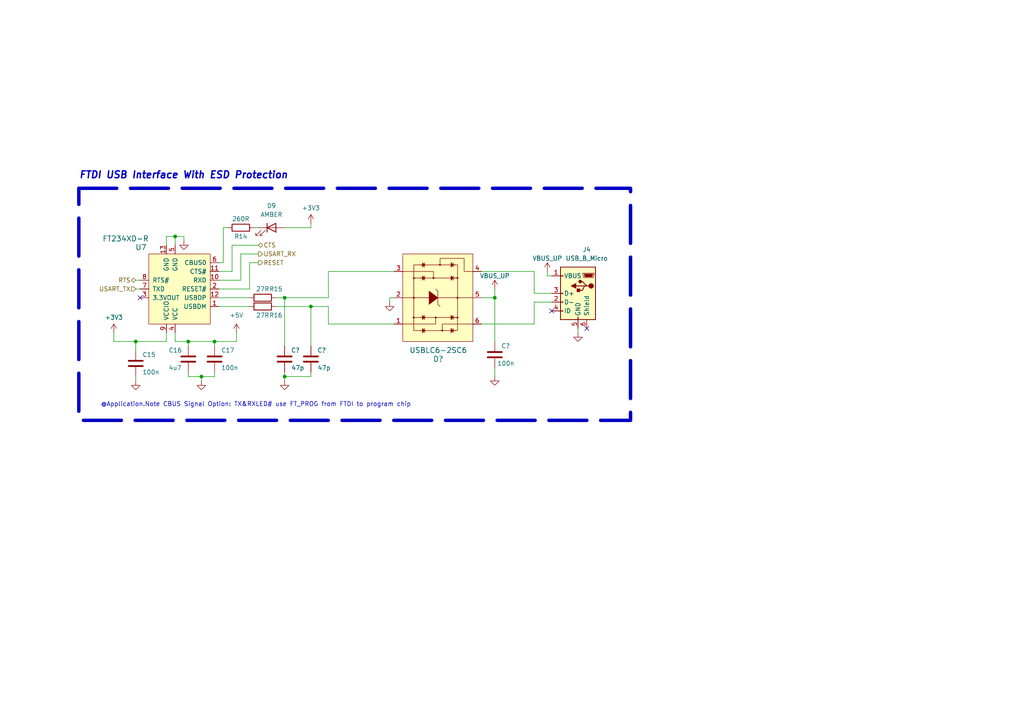
<source format=kicad_sch>
(kicad_sch (version 20230121) (generator eeschema)
  (paper "A4")
  (title_block (date "2023-10-06"))
  (lib_symbols
    (symbol "Connector:USB_B_Micro" (pin_names (offset 1.016))
      (property "Reference" "J" (at -5.08 11.43 0))
      (property "Value" "USB_B_Micro" (at -5.08 8.89 0))
      (symbol "USB_B_Micro_0_1"
        (rectangle (start -5.08 -7.62) (end 5.08 7.62) (stroke (width 0.254)) (fill (type background)))
        (circle (center -3.81 2.159) (radius 0.635) (stroke (width 0.254)) (fill (type outline)))
        (circle (center -0.635 3.429) (radius 0.381) (stroke (width 0.254)) (fill (type outline)))
        (rectangle (start -0.127 -7.62) (end 0.127 -6.858))
        (polyline (pts (xy -1.905 2.159) (xy 0.635 2.159)) (stroke (width 0.254)))
        (polyline (pts (xy -3.175 2.159) (xy -2.54 2.159) (xy -1.27 3.429) (xy -0.635 3.429)) (stroke (width 0.254)))
        (polyline (pts (xy -2.54 2.159) (xy -1.905 2.159) (xy -1.27 0.889) (xy 0 0.889)) (stroke (width 0.254)))
        (polyline (pts (xy 0.635 2.794) (xy 0.635 1.524) (xy 1.905 2.159) (xy 0.635 2.794)) (stroke (width 0.254)) (fill (type outline)))
        (polyline (pts (xy -4.318 5.588) (xy -1.778 5.588) (xy -2.032 4.826) (xy -4.064 4.826) (xy -4.318 5.588)) (fill (type outline)))
        (polyline (pts (xy -4.699 5.842) (xy -4.699 5.588) (xy -4.445 4.826) (xy -4.445 4.572) (xy -1.651 4.572) (xy -1.651 4.826) (xy -1.397 5.588) (xy -1.397 5.842) (xy -4.699 5.842)))
        (rectangle (start 0.254 1.27) (end -0.508 0.508) (stroke (width 0.254)) (fill (type outline)))
        (rectangle (start 5.08 -5.207) (end 4.318 -4.953))
        (rectangle (start 5.08 -2.667) (end 4.318 -2.413))
        (rectangle (start 5.08 -0.127) (end 4.318 0.127))
        (rectangle (start 5.08 4.953) (end 4.318 5.207))
      )
      (symbol "USB_B_Micro_1_1"
        (pin power_out line (at 7.62 5.08 180) (length 2.54) (name "VBUS") (number "1"))
        (pin bidirectional line (at 7.62 -2.54 180) (length 2.54) (name "D-") (number "2"))
        (pin bidirectional line (at 7.62 0 180) (length 2.54) (name "D+") (number "3"))
        (pin passive line (at 7.62 -5.08 180) (length 2.54) (name "ID") (number "4"))
        (pin power_out line (at 0 -10.16 90) (length 2.54) (name "GND") (number "5"))
        (pin passive line (at -2.54 -10.16 90) (length 2.54) (name "Shield") (number "6"))
      )
    )
    (symbol "Device:C" (pin_numbers hide) (pin_names (offset 0.254))
      (property "Reference" "C" (at 0.635 2.54 0))
      (property "Value" "C" (at 0.635 -2.54 0))
      (symbol "C_0_1"
        (polyline (pts (xy -2.032 -0.762) (xy 2.032 -0.762)) (stroke (width 0.508)))
        (polyline (pts (xy -2.032 0.762) (xy 2.032 0.762)) (stroke (width 0.508)))
      )
      (symbol "C_1_1"
        (pin passive line (at 0 3.81 270) (length 2.794) (name "~") (number "1"))
        (pin passive line (at 0 -3.81 90) (length 2.794) (name "~") (number "2"))
      )
    )
    (symbol "Device:LED" (pin_numbers hide) (pin_names (offset 1.016) hide)
      (property "Reference" "D" (at 0 2.54 0))
      (property "Value" "LED" (at 0 -2.54 0))
      (symbol "LED_0_1"
        (polyline (pts (xy -1.27 -1.27) (xy -1.27 1.27)) (stroke (width 0.254)))
        (polyline (pts (xy -1.27 0) (xy 1.27 0)))
        (polyline (pts (xy 1.27 -1.27) (xy 1.27 1.27) (xy -1.27 0) (xy 1.27 -1.27)) (stroke (width 0.254)))
        (polyline (pts (xy -3.048 -0.762) (xy -4.572 -2.286) (xy -3.81 -2.286) (xy -4.572 -2.286) (xy -4.572 -1.524)))
        (polyline (pts (xy -1.778 -0.762) (xy -3.302 -2.286) (xy -2.54 -2.286) (xy -3.302 -2.286) (xy -3.302 -1.524)))
      )
      (symbol "LED_1_1"
        (pin passive line (at -3.81 0 0) (length 2.54) (name "K") (number "1"))
        (pin passive line (at 3.81 0 180) (length 2.54) (name "A") (number "2"))
      )
    )
    (symbol "Device:R" (pin_numbers hide) (pin_names (offset 0))
      (property "Reference" "R" (at 2.032 0 90))
      (property "Value" "R" (at 0 0 90))
      (symbol "R_0_1"
        (rectangle (start -1.016 -2.54) (end 1.016 2.54) (stroke (width 0.254)))
      )
      (symbol "R_1_1"
        (pin passive line (at 0 3.81 270) (length 1.27) (name "~") (number "1"))
        (pin passive line (at 0 -3.81 90) (length 1.27) (name "~") (number "2"))
      )
    )
    (symbol "RF_Parts:VBUS_UP" (power) (pin_names (offset 0))
      (property "Value" "VBUS_UP" (at 0 3.556 0))
      (symbol "VBUS_UP_0_1"
        (polyline (pts (xy -0.762 1.27) (xy 0 2.54)))
        (polyline (pts (xy 0 0) (xy 0 2.54)))
        (polyline (pts (xy 0 2.54) (xy 0.762 1.27)))
      )
      (symbol "VBUS_UP_1_1"
        (pin power_in line (at 0 0 90) (length 0) hide (name "VBUS_UP") (number "1"))
      )
    )
    (symbol "dk_Interface-Controllers:FT234XD-R" (pin_names (offset 1.016))
      (property "Reference" "U" (at -5.08 8.89 0))
      (property "Value" "FT234XD-R" (at 7.62 -15.24 0))
      (symbol "FT234XD-R_0_1"
        (rectangle (start -7.62 7.62) (end 10.16 -12.7) (fill (type background)))
      )
      (symbol "FT234XD-R_1_1"
        (pin bidirectional line (at -10.16 2.54 0) (length 2.54) (name "USBDM") (number "1"))
        (pin input line (at -10.16 -5.08 0) (length 2.54) (name "RXD") (number "10"))
        (pin input line (at -10.16 -7.62 0) (length 2.54) (name "CTS#") (number "11"))
        (pin bidirectional line (at -10.16 0 0) (length 2.54) (name "USBDP") (number "12"))
        (pin power_in line (at 5.08 -15.24 90) (length 2.54) (name "GND") (number "13"))
        (pin input line (at -10.16 -2.54 0) (length 2.54) (name "RESET#") (number "2"))
        (pin passive line (at 12.7 0 180) (length 2.54) (name "3.3VOUT") (number "3"))
        (pin power_in line (at 2.54 10.16 270) (length 2.54) (name "VCC") (number "4"))
        (pin power_in line (at 2.54 -15.24 90) (length 2.54) (name "GND") (number "5"))
        (pin bidirectional line (at -10.16 -10.16 0) (length 2.54) (name "CBUS0") (number "6"))
        (pin output line (at 12.7 -2.54 180) (length 2.54) (name "TXD") (number "7"))
        (pin output line (at 12.7 -5.08 180) (length 2.54) (name "RTS#") (number "8"))
        (pin power_in line (at 5.08 10.16 270) (length 2.54) (name "VCCIO") (number "9"))
      )
    )
    (symbol "dk_TVS-Diodes:USBLC6-2SC6" (pin_names (offset 1.016))
      (property "Reference" "D" (at -10.16 13.97 0))
      (property "Value" "USBLC6-2SC6" (at 0 -13.97 0))
      (symbol "USBLC6-2SC6_0_1"
        (rectangle (start -10.16 12.7) (end 10.16 -12.7) (fill (type background)))
        (circle (center -7.0104 5.7404) (radius 0.2032) (fill (type outline)))
        (circle (center -6.9596 -5.6896) (radius 0.2032) (fill (type outline)))
        (circle (center -6.9596 0) (radius 0.2032) (fill (type outline)))
        (circle (center -1.27 -5.7404) (radius 0.2032) (fill (type outline)))
        (circle (center -0.635 5.7404) (radius 0.2032) (fill (type outline)))
        (polyline (pts (xy -8.89 0) (xy -10.16 0)))
        (polyline (pts (xy -5.08 -9.525) (xy 5.08 -9.525)))
        (polyline (pts (xy -5.08 -5.715) (xy 5.08 -5.715)))
        (polyline (pts (xy -5.08 5.715) (xy 5.08 5.715)))
        (polyline (pts (xy -5.08 9.525) (xy 5.08 9.525)))
        (polyline (pts (xy -4.445 -5.715) (xy -6.985 -5.715)))
        (polyline (pts (xy -4.445 5.715) (xy -6.985 5.715)))
        (polyline (pts (xy -3.81 -8.89) (xy -3.81 -10.16)))
        (polyline (pts (xy -3.81 -5.08) (xy -3.81 -6.35)))
        (polyline (pts (xy -3.81 6.35) (xy -3.81 5.08)))
        (polyline (pts (xy -3.81 10.16) (xy -3.81 8.89)))
        (polyline (pts (xy 0 -1.905) (xy -0.635 -2.54)))
        (polyline (pts (xy 0 1.905) (xy 0 -1.905)))
        (polyline (pts (xy 0 1.905) (xy 0.635 2.54)))
        (polyline (pts (xy 4.445 -8.89) (xy 4.445 -10.16)))
        (polyline (pts (xy 4.445 -5.715) (xy 5.715 -5.715)))
        (polyline (pts (xy 4.445 -5.08) (xy 4.445 -6.35)))
        (polyline (pts (xy 4.445 5.715) (xy 5.715 5.715)))
        (polyline (pts (xy 4.445 6.35) (xy 4.445 5.08)))
        (polyline (pts (xy 4.445 8.89) (xy 4.445 8.89)))
        (polyline (pts (xy 4.445 10.16) (xy 4.445 8.89)))
        (polyline (pts (xy 5.588 0) (xy 10.16 0)))
        (polyline (pts (xy 5.715 0) (xy 0 0)))
        (polyline (pts (xy 5.715 5.715) (xy 5.715 5.715)))
        (polyline (pts (xy 8.89 -7.62) (xy 10.16 -7.62)))
        (polyline (pts (xy 8.89 7.62) (xy 10.414 7.62)))
        (polyline (pts (xy -10.16 -7.62) (xy -1.27 -7.62) (xy -1.27 -5.715)))
        (polyline (pts (xy -10.16 7.62) (xy -0.635 7.62) (xy -0.635 5.715)))
        (polyline (pts (xy -8.89 0) (xy -6.985 0) (xy 0 0)))
        (polyline (pts (xy 8.89 7.62) (xy 1.27 7.62) (xy 1.27 9.525)))
        (polyline (pts (xy -4.445 -9.525) (xy -6.985 -9.525) (xy -6.985 9.525) (xy -4.445 9.525)))
        (polyline (pts (xy -4.445 -8.89) (xy -4.445 -10.16) (xy -3.81 -9.525) (xy -4.445 -8.89)) (fill (type outline)))
        (polyline (pts (xy -4.445 -5.08) (xy -4.445 -6.35) (xy -3.81 -5.715) (xy -4.445 -5.08)) (fill (type outline)))
        (polyline (pts (xy -4.445 6.35) (xy -4.445 5.08) (xy -3.81 5.715) (xy -4.445 6.35)) (fill (type outline)))
        (polyline (pts (xy -4.445 10.16) (xy -4.445 8.89) (xy -3.81 9.525) (xy -4.445 10.16)) (fill (type outline)))
        (polyline (pts (xy -2.54 1.905) (xy -2.54 -1.905) (xy 0 0) (xy -2.54 1.905)) (fill (type outline)))
        (polyline (pts (xy 3.81 -8.89) (xy 3.81 -10.16) (xy 4.445 -9.525) (xy 3.81 -8.89)) (fill (type outline)))
        (polyline (pts (xy 3.81 -5.08) (xy 3.81 -6.35) (xy 4.445 -5.715) (xy 3.81 -5.08)) (fill (type outline)))
        (polyline (pts (xy 3.81 6.35) (xy 3.81 5.08) (xy 4.445 5.715) (xy 3.81 6.35)) (fill (type outline)))
        (polyline (pts (xy 3.81 10.16) (xy 3.81 8.89) (xy 4.445 9.525) (xy 3.81 10.16)) (fill (type outline)))
        (polyline (pts (xy 4.445 9.525) (xy 5.715 9.525) (xy 5.715 -9.525) (xy 4.445 -9.525)))
        (polyline (pts (xy 8.89 -7.62) (xy 7.62 -7.62) (xy 7.62 -11.43) (xy 0.635 -11.43) (xy 0.635 -9.525)))
        (circle (center 0.6096 -9.5504) (radius 0.2032) (fill (type outline)))
        (circle (center 1.27 9.4996) (radius 0.2032) (fill (type outline)))
        (circle (center 5.6896 -5.7404) (radius 0.2032) (fill (type outline)))
        (circle (center 5.6896 0) (radius 0.2032) (fill (type outline)))
        (circle (center 5.6896 5.7404) (radius 0.2032) (fill (type outline)))
      )
      (symbol "USBLC6-2SC6_1_1"
        (pin input line (at -12.7 7.62 0) (length 2.54) (name "~") (number "1"))
        (pin power_in line (at -12.7 0 0) (length 2.54) (name "~") (number "2"))
        (pin input line (at -12.7 -7.62 0) (length 2.54) (name "~") (number "3"))
        (pin input line (at 12.7 -7.62 180) (length 2.54) (name "~") (number "4"))
        (pin output line (at 12.7 0 180) (length 2.54) (name "~") (number "5"))
        (pin input line (at 12.7 7.62 180) (length 2.54) (name "~") (number "6"))
      )
    )
    (symbol "power:+3V3" (power) (pin_names (offset 0))
      (property "Value" "+3V3" (at 0 3.556 0))
      (symbol "+3V3_0_1"
        (polyline (pts (xy -0.762 1.27) (xy 0 2.54)))
        (polyline (pts (xy 0 0) (xy 0 2.54)))
        (polyline (pts (xy 0 2.54) (xy 0.762 1.27)))
      )
      (symbol "+3V3_1_1"
        (pin power_in line (at 0 0 90) (length 0) hide (name "+3V3") (number "1"))
      )
    )
    (symbol "power:+5V" (power) (pin_names (offset 0))
      (property "Value" "+5V" (at 0 3.556 0))
      (symbol "+5V_0_1"
        (polyline (pts (xy -0.762 1.27) (xy 0 2.54)))
        (polyline (pts (xy 0 0) (xy 0 2.54)))
        (polyline (pts (xy 0 2.54) (xy 0.762 1.27)))
      )
      (symbol "+5V_1_1"
        (pin power_in line (at 0 0 90) (length 0) hide (name "+5V") (number "1"))
      )
    )
    (symbol "power:GND" (power) (pin_names (offset 0))
      (property "Value" "GND" (at 0 -3.81 0))
      (symbol "GND_0_1"
        (polyline (pts (xy 0 0) (xy 0 -1.27) (xy 1.27 -1.27) (xy 0 -2.54) (xy -1.27 -1.27) (xy 0 -1.27)))
      )
      (symbol "GND_1_1"
        (pin power_in line (at 0 0 270) (length 0) hide (name "GND") (number "1"))
      )
    )
  )
  (junction (at 82.55 109.22))
  (junction (at 58.42 109.22))
  (junction (at 90.17 88.9))
  (junction (at 143.51 86.36))
  (junction (at 62.23 99.06))
  (junction (at 39.37 99.06))
  (junction (at 82.55 86.36))
  (junction (at 54.61 99.06))
  (junction (at 50.8 68.58))
  (no_connect (at 160.02 90.17))
  (no_connect (at 40.64 86.36))
  (no_connect (at 170.18 95.25))
  (wire (pts (xy 82.55 86.36) (xy 82.55 100.33)))
  (wire (pts (xy 72.39 83.82) (xy 63.5 83.82)))
  (wire (pts (xy 33.02 99.06) (xy 33.02 96.52)))
  (wire (pts (xy 40.64 83.82) (xy 39.37 83.82)))
  (wire (pts (xy 62.23 99.06) (xy 68.58 99.06)))
  (wire (pts (xy 54.61 109.22) (xy 58.42 109.22)))
  (wire (pts (xy 69.85 73.66) (xy 69.85 81.28)))
  (wire (pts (xy 63.5 88.9) (xy 72.39 88.9)))
  (wire (pts (xy 143.51 83.82) (xy 143.51 86.36)))
  (wire (pts (xy 67.31 71.12) (xy 67.31 78.74)))
  (wire (pts (xy 154.94 78.74) (xy 154.94 85.09)))
  (wire (pts (xy 74.93 73.66) (xy 69.85 73.66)))
  (wire (pts (xy 167.64 95.25) (xy 167.64 96.52)))
  (wire (pts (xy 139.7 93.98) (xy 154.94 93.98)))
  (wire (pts (xy 69.85 81.28) (xy 63.5 81.28)))
  (wire (pts (xy 39.37 109.22) (xy 39.37 110.49)))
  (wire (pts (xy 48.26 71.12) (xy 48.26 68.58)))
  (wire (pts (xy 39.37 99.06) (xy 33.02 99.06)))
  (wire (pts (xy 54.61 107.95) (xy 54.61 109.22)))
  (wire (pts (xy 143.51 106.68) (xy 143.51 109.22)))
  (wire (pts (xy 58.42 109.22) (xy 62.23 109.22)))
  (wire (pts (xy 58.42 109.22) (xy 58.42 110.49)))
  (wire (pts (xy 82.55 86.36) (xy 80.01 86.36)))
  (wire (pts (xy 72.39 76.2) (xy 72.39 83.82)))
  (wire (pts (xy 82.55 107.95) (xy 82.55 109.22)))
  (wire (pts (xy 158.75 78.74) (xy 158.75 80.01)))
  (wire (pts (xy 139.7 78.74) (xy 154.94 78.74)))
  (wire (pts (xy 90.17 88.9) (xy 95.25 88.9)))
  (wire (pts (xy 90.17 64.77) (xy 90.17 66.04)))
  (wire (pts (xy 158.75 80.01) (xy 160.02 80.01)))
  (wire (pts (xy 95.25 78.74) (xy 114.3 78.74)))
  (wire (pts (xy 39.37 81.28) (xy 40.64 81.28)))
  (wire (pts (xy 68.58 99.06) (xy 68.58 96.52)))
  (wire (pts (xy 67.31 78.74) (xy 63.5 78.74)))
  (wire (pts (xy 143.51 86.36) (xy 139.7 86.36)))
  (wire (pts (xy 90.17 107.95) (xy 90.17 109.22)))
  (wire (pts (xy 48.26 68.58) (xy 50.8 68.58)))
  (wire (pts (xy 63.5 86.36) (xy 72.39 86.36)))
  (wire (pts (xy 66.04 66.04) (xy 64.77 66.04)))
  (wire (pts (xy 113.03 87.63) (xy 113.03 86.36)))
  (wire (pts (xy 74.93 76.2) (xy 72.39 76.2)))
  (wire (pts (xy 95.25 78.74) (xy 95.25 86.36)))
  (wire (pts (xy 62.23 107.95) (xy 62.23 109.22)))
  (wire (pts (xy 48.26 99.06) (xy 39.37 99.06)))
  (wire (pts (xy 50.8 96.52) (xy 50.8 99.06)))
  (wire (pts (xy 64.77 76.2) (xy 63.5 76.2)))
  (wire (pts (xy 53.34 68.58) (xy 53.34 69.85)))
  (wire (pts (xy 143.51 86.36) (xy 143.51 99.06)))
  (wire (pts (xy 95.25 86.36) (xy 82.55 86.36)))
  (wire (pts (xy 154.94 87.63) (xy 160.02 87.63)))
  (wire (pts (xy 90.17 88.9) (xy 90.17 100.33)))
  (wire (pts (xy 54.61 99.06) (xy 62.23 99.06)))
  (wire (pts (xy 80.01 88.9) (xy 90.17 88.9)))
  (wire (pts (xy 39.37 99.06) (xy 39.37 101.6)))
  (wire (pts (xy 50.8 68.58) (xy 50.8 71.12)))
  (wire (pts (xy 95.25 93.98) (xy 114.3 93.98)))
  (wire (pts (xy 90.17 109.22) (xy 82.55 109.22)))
  (wire (pts (xy 53.34 68.58) (xy 50.8 68.58)))
  (wire (pts (xy 74.93 66.04) (xy 73.66 66.04)))
  (wire (pts (xy 54.61 99.06) (xy 54.61 100.33)))
  (wire (pts (xy 48.26 96.52) (xy 48.26 99.06)))
  (wire (pts (xy 113.03 86.36) (xy 114.3 86.36)))
  (wire (pts (xy 62.23 99.06) (xy 62.23 100.33)))
  (wire (pts (xy 74.93 71.12) (xy 67.31 71.12)))
  (wire (pts (xy 82.55 109.22) (xy 82.55 110.49)))
  (wire (pts (xy 95.25 88.9) (xy 95.25 93.98)))
  (wire (pts (xy 90.17 66.04) (xy 82.55 66.04)))
  (wire (pts (xy 64.77 66.04) (xy 64.77 76.2)))
  (wire (pts (xy 154.94 93.98) (xy 154.94 87.63)))
  (wire (pts (xy 50.8 99.06) (xy 54.61 99.06)))
  (wire (pts (xy 154.94 85.09) (xy 160.02 85.09)))
  (rectangle (start 22.86 54.61) (end 182.88 121.92) (stroke (width 1) (type dash)))
  (text "FTDI USB Interface With ESD Protection\n" (at 22.86 52.07 0) (effects (font (size 2 2) (thickness 0.4) bold italic) (justify left bottom)))
  (text "@Application.Note CBUS Signal Option: TX&RXLED# use FT_PROG from FTDI to program chip\n" (at 29.21 118.11 0) (effects (font (size 1.27 1.27)) (justify left bottom)))
  (hierarchical_label "USART_RX" (shape output) (at 74.93 73.66 0))
  (hierarchical_label "USART_TX" (shape input) (at 39.37 83.82 180))
  (hierarchical_label "CTS" (shape bidirectional) (at 74.93 71.12 0))
  (hierarchical_label "RTS" (shape bidirectional) (at 39.37 81.28 180))
  (hierarchical_label "RESET" (shape output) (at 74.93 76.2 0))
  (symbol (lib_id "dk_TVS-Diodes:USBLC6-2SC6") (at 127 86.36 0) (mirror x) (unit 1)
    (property "Reference" "D?" (at 127.127 104.14 0) (effects (font (size 1.524 1.524))))
    (property "Value" "USBLC6-2SC6" (at 127.127 101.6 0) (effects (font (size 1.524 1.524))))
    (property "Footprint" "digikey-footprints:SOT23-6L" (effects hide))
    (property "Datasheet" "http://www.st.com/content/ccc/resource/technical/document/datasheet/06/1d/48/9c/6c/20/4a/b2/CD00050750.pdf/files/CD00050750.pdf/jcr:content/translations/en.CD00050750.pdf" (effects hide))
    (property "Category" "Circuit Protection" (effects hide))
    (property "Description" "TVS DIODE 5.25V 17V SOT23-6" (effects hide))
    (property "LCSC #" "C7519" (effects hide))
    (property "JLCPCB Part#(optional)" "C7519" (effects hide))
    (property "DK #" "497-5235-1-ND" (effects hide))
    (instances (project "CAN-USB RF Module" (path "" (reference "D?") (unit 1)) (path "" (reference "D10") (unit 1))))
  )
  (symbol (lib_id "Device:C") (at 62.23 104.14 0) (unit 1)
    (property "Reference" "C17" (at 64.135 101.6 0) (effects (justify left)))
    (property "Value" "100n" (at 64.135 106.68 0) (effects (justify left)))
    (property "Footprint" "Capacitor_SMD:C_0402_1005Metric" (effects hide))
    (property "Description" "100nF -20%,+80% 16V Y5V 0402 Multilayer Ceramic Capacitors MLCC - SMD/SMT RoHS" (effects hide))
    (property "LCSC #" "C1525" (effects hide))
    (property "JLCPCB Part#(optional)" "C1525" (effects hide))
    (property "DK #" "490-14603-1-ND" (effects hide))
    (property "PCBA" "-" (effects hide))
  )
  (symbol (lib_id "power:+3V3") (at 90.17 64.77 0) (unit 1)
    (property "Reference" "#PWR050" (effects hide))
    (property "Value" "+3V3" (at 90.17 60.325 0))
  )
  (symbol (lib_id "Device:R") (at 69.85 66.04 90) (unit 1)
    (property "Reference" "R14" (at 69.85 68.58 90))
    (property "Value" "260R" (at 69.85 63.5 90))
    (property "Footprint" "Resistor_SMD:R_0603_1608Metric" (effects hide))
    (property "LCSC #" "C22966" (effects hide))
    (property "JLCPCB Part#(optional)" "C22966" (effects hide))
    (property "DK #" "RMCF0603FT261RCT-ND" (effects hide))
    (property "PCBA" "-" (effects hide))
  )
  (symbol (lib_id "RF_Parts:VBUS_UP") (at 143.51 83.82 0) (unit 1)
    (property "Reference" "#PWR052" (effects hide))
    (property "Value" "VBUS_UP" (at 143.51 80.01 0))
  )
  (symbol (lib_id "Device:C") (at 39.37 105.41 0) (unit 1)
    (property "Reference" "C15" (at 41.275 102.87 0) (effects (justify left)))
    (property "Value" "100n" (at 41.275 107.95 0) (effects (justify left)))
    (property "Footprint" "Capacitor_SMD:C_0402_1005Metric" (effects hide))
    (property "Description" "100nF -20%,+80% 16V Y5V 0402 Multilayer Ceramic Capacitors MLCC - SMD/SMT RoHS" (effects hide))
    (property "LCSC #" "C1525" (effects hide))
    (property "JLCPCB Part#(optional)" "C1525" (effects hide))
    (property "DK #" "490-14603-1-ND" (effects hide))
    (property "PCBA" "-" (effects hide))
  )
  (symbol (lib_id "power:GND") (at 143.51 109.22 0) (unit 1)
    (property "Reference" "#PWR?" (effects hide))
    (property "Value" "GND" (effects hide))
    (instances (project "CAN-USB RF Module" (path "" (reference "#PWR?") (unit 1)) (path "" (reference "#PWR053") (unit 1))))
  )
  (symbol (lib_id "Device:R") (at 76.2 86.36 90) (unit 1)
    (property "Reference" "R15" (at 80.01 83.82 90))
    (property "Value" "27R" (at 76.2 83.82 90))
    (property "Footprint" "Resistor_SMD:R_0603_1608Metric" (effects hide))
    (property "LCSC #" "C25190" (effects hide))
    (property "JLCPCB Part#(optional)" "C25190" (effects hide))
    (property "DK #" "13-RC0603FR-1327RLCT-ND" (effects hide))
    (property "PCBA" "-" (effects hide))
  )
  (symbol (lib_id "Connector:USB_B_Micro") (at 167.64 85.09 0) (mirror y) (unit 1)
    (property "Reference" "J4" (at 170.18 72.39 0))
    (property "Value" "USB_B_Micro" (at 170.18 74.93 0))
    (property "Footprint" "footprints:USB_Micro-B_Amphenol_10118194_Horizontal" (effects hide))
    (property "Description" "USB 2.0 1 Surface Mount 5P Female -30℃~+80℃ Micro-B SMD  USB Connectors ROHS" (effects hide))
    (property "LCSC #" "C428495" (effects hide))
    (property "JLCPCB Part#(optional)" "C428495" (effects hide))
    (property "DK #" "609-4618-1-ND" (effects hide))
  )
  (symbol (lib_id "dk_Interface-Controllers:FT234XD-R") (at 53.34 86.36 180) (unit 1)
    (property "Reference" "U7" (at 42.545 71.755 0) (effects (font (size 1.524 1.524)) (justify left)))
    (property "Value" "FT234XD-R" (at 43.18 69.215 0) (effects (font (size 1.524 1.524)) (justify left)))
    (property "Footprint" "digikey-footprints:DFN-12-1EP_3x3mm" (effects hide))
    (property "Datasheet" "http://www.ftdichip.com/Support/Documents/DataSheets/ICs/DS_FT234XD.pdf" (effects hide))
    (property "Category" "Integrated Circuits (ICs)" (effects hide))
    (property "Description" "IC USB SERIAL BASIC UART 12DFN" (effects hide))
    (property "LCSC #" "C132158" (effects hide))
    (property "JLCPCB Part#(optional)" "C132158" (effects hide))
    (property "DK #" "768-1178-1-ND" (effects hide))
  )
  (symbol (lib_id "Device:LED") (at 78.74 66.04 0) (unit 1)
    (property "Reference" "D9" (at 78.74 59.69 0))
    (property "Value" "AMBER" (at 78.74 62.23 0))
    (property "Footprint" "LED_SMD:LED_0603_1608Metric" (effects hide))
    (property "LCSC #" "C72038" (effects hide))
    (property "Description" "White -40℃~+85℃ 605nm~605nm Amber 54mW 0603 Light Emitting Diodes (LED) ROHS" (effects hide))
    (property "JLCPCB Part#(optional)" "C72038" (effects hide))
    (property "DK #" "732-150060AS75000CT-ND" (effects hide))
    (property "PCBA" "-" (effects hide))
  )
  (symbol (lib_id "RF_Parts:VBUS_UP") (at 158.75 78.74 0) (unit 1)
    (property "Reference" "#PWR054" (effects hide))
    (property "Value" "VBUS_UP" (at 158.75 74.93 0))
  )
  (symbol (lib_id "power:+5V") (at 68.58 96.52 0) (unit 1)
    (property "Reference" "#PWR048" (effects hide))
    (property "Value" "+5V" (at 68.58 91.44 0))
  )
  (symbol (lib_id "power:GND") (at 58.42 110.49 0) (unit 1)
    (property "Reference" "#PWR?" (effects hide))
    (property "Value" "GND" (effects hide))
    (instances (project "CAN-USB RF Module" (path "" (reference "#PWR?") (unit 1)) (path "" (reference "#PWR047") (unit 1))))
  )
  (symbol (lib_id "power:GND") (at 82.55 110.49 0) (unit 1)
    (property "Reference" "#PWR?" (effects hide))
    (property "Value" "GND" (effects hide))
    (instances (project "CAN-USB RF Module" (path "" (reference "#PWR?") (unit 1)) (path "" (reference "#PWR049") (unit 1))))
  )
  (symbol (lib_id "power:GND") (at 39.37 110.49 0) (unit 1)
    (property "Reference" "#PWR?" (effects hide))
    (property "Value" "GND" (effects hide))
    (instances (project "CAN-USB RF Module" (path "" (reference "#PWR?") (unit 1)) (path "" (reference "#PWR045") (unit 1))))
  )
  (symbol (lib_id "Device:C") (at 143.51 102.87 180) (unit 1)
    (property "Reference" "C?" (at 147.955 100.33 0) (effects (justify left)))
    (property "Value" "100n" (at 149.225 105.41 0) (effects (justify left)))
    (property "Footprint" "Capacitor_SMD:C_0402_1005Metric" (effects hide))
    (property "Description" "100nF -20%,+80% 16V Y5V 0402 Multilayer Ceramic Capacitors MLCC - SMD/SMT RoHS" (effects hide))
    (property "LCSC #" "C1525" (effects hide))
    (property "JLCPCB Part#(optional)" "C1525" (effects hide))
    (property "DK #" "490-14603-1-ND" (effects hide))
    (property "PCBA" "-" (effects hide))
    (instances (project "CAN-USB RF Module" (path "" (reference "C?") (unit 1)) (path "" (reference "C20") (unit 1))))
  )
  (symbol (lib_id "Device:C") (at 82.55 104.14 180) (unit 1)
    (property "Reference" "C?" (at 86.995 101.6 0) (effects (justify left)))
    (property "Value" "47p" (at 88.265 106.68 0) (effects (justify left)))
    (property "Footprint" "Capacitor_SMD:C_0402_1005Metric" (effects hide))
    (property "LCSC #" "C1567" (effects hide))
    (property "JLCPCB Part#(optional)" "C1567" (effects hide))
    (property "DK #" "490-10670-1-ND" (effects hide))
    (property "PCBA" "-" (effects hide))
    (instances (project "CAN-USB RF Module" (path "" (reference "C?") (unit 1)) (path "" (reference "C18") (unit 1))))
  )
  (symbol (lib_id "power:+3V3") (at 33.02 96.52 0) (unit 1)
    (property "Reference" "#PWR044" (effects hide))
    (property "Value" "+3V3" (at 33.02 92.075 0))
  )
  (symbol (lib_id "power:GND") (at 167.64 96.52 0) (unit 1)
    (property "Reference" "#PWR?" (effects hide))
    (property "Value" "GND" (effects hide))
    (instances (project "CAN-USB RF Module" (path "" (reference "#PWR?") (unit 1)) (path "" (reference "#PWR055") (unit 1))))
  )
  (symbol (lib_id "power:GND") (at 53.34 69.85 0) (unit 1)
    (property "Reference" "#PWR?" (effects hide))
    (property "Value" "GND" (effects hide))
    (instances (project "CAN-USB RF Module" (path "" (reference "#PWR?") (unit 1)) (path "" (reference "#PWR046") (unit 1))))
  )
  (symbol (lib_id "Device:C") (at 90.17 104.14 180) (unit 1)
    (property "Reference" "C?" (at 94.615 101.6 0) (effects (justify left)))
    (property "Value" "47p" (at 95.885 106.68 0) (effects (justify left)))
    (property "Footprint" "Capacitor_SMD:C_0402_1005Metric" (effects hide))
    (property "LCSC #" "C1567" (effects hide))
    (property "JLCPCB Part#(optional)" "C1567" (effects hide))
    (property "DK #" "490-10670-1-ND" (effects hide))
    (property "PCBA" "-" (effects hide))
    (instances (project "CAN-USB RF Module" (path "" (reference "C?") (unit 1)) (path "" (reference "C19") (unit 1))))
  )
  (symbol (lib_id "Device:C") (at 54.61 104.14 0) (unit 1)
    (property "Reference" "C16" (at 48.895 101.6 0) (effects (justify left)))
    (property "Value" "4u7" (at 48.895 106.68 0) (effects (justify left)))
    (property "Footprint" "Capacitor_SMD:C_0603_1608Metric" (effects hide))
    (property "LCSC #" "C19666" (effects hide))
    (property "JLCPCB Part#(optional)" "C19666" (effects hide))
    (property "DK #" "1276-1045-1-ND" (effects hide))
    (property "PCBA" "-" (effects hide))
  )
  (symbol (lib_id "Device:R") (at 76.2 88.9 90) (unit 1)
    (property "Reference" "R16" (at 80.01 91.44 90))
    (property "Value" "27R" (at 76.2 91.44 90))
    (property "Footprint" "Resistor_SMD:R_0603_1608Metric" (effects hide))
    (property "LCSC #" "C25190" (effects hide))
    (property "JLCPCB Part#(optional)" "C25190" (effects hide))
    (property "DK #" "13-RC0603FR-1327RLCT-ND" (effects hide))
    (property "PCBA" "-" (effects hide))
  )
  (symbol (lib_id "power:GND") (at 113.03 87.63 0) (unit 1)
    (property "Reference" "#PWR?" (effects hide))
    (property "Value" "GND" (effects hide))
    (instances (project "CAN-USB RF Module" (path "" (reference "#PWR?") (unit 1)) (path "" (reference "#PWR051") (unit 1))))
  )
)
</source>
